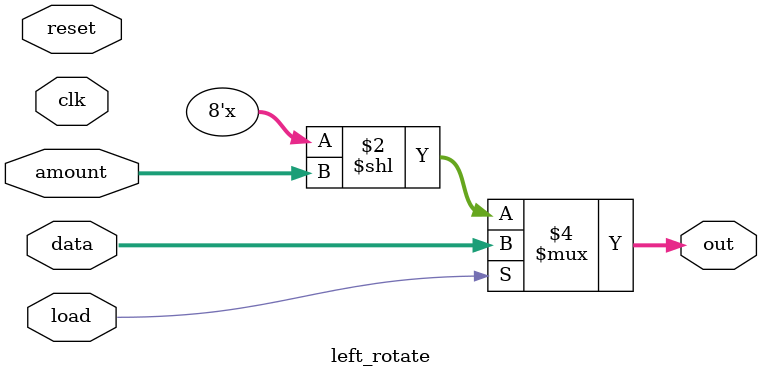
<source format=v>
module left_rotate(clk,reset,amount,data,load,out);
input clk,reset;
input [2:0] amount;
input [7:0] data;
input load;
output reg [7:0] out;
// when load is high, load data to out
// otherwise rotate the out register followed by left shift the out register by amount bits
// if amount is 0, no rotation occurs
initial begin
	if (load) begin
	out = data;
	end 
	else 
	begin
	out = {out[6:0],out[7]};
	out = out << amount;
	end
end
endmodule

</source>
